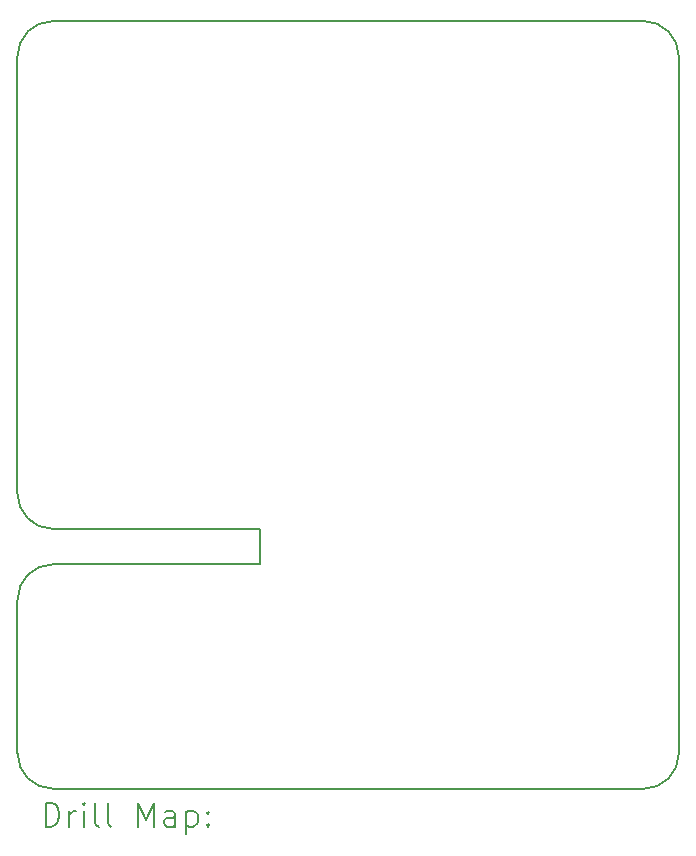
<source format=gbr>
%TF.GenerationSoftware,KiCad,Pcbnew,7.0.2-0*%
%TF.CreationDate,2024-05-07T14:53:10-07:00*%
%TF.ProjectId,RPi_interface,5250695f-696e-4746-9572-666163652e6b,1.1*%
%TF.SameCoordinates,Original*%
%TF.FileFunction,Drillmap*%
%TF.FilePolarity,Positive*%
%FSLAX45Y45*%
G04 Gerber Fmt 4.5, Leading zero omitted, Abs format (unit mm)*
G04 Created by KiCad (PCBNEW 7.0.2-0) date 2024-05-07 14:53:10*
%MOMM*%
%LPD*%
G01*
G04 APERTURE LIST*
%ADD10C,0.150000*%
%ADD11C,0.200000*%
G04 APERTURE END LIST*
D10*
X14300000Y-4800000D02*
X9300000Y-4800000D01*
X11050000Y-9400000D02*
X9300000Y-9400000D01*
X14300000Y-11300000D02*
X9300000Y-11300000D01*
X9300000Y-4800000D02*
G75*
G03*
X9000000Y-5100000I0J-300000D01*
G01*
X9300000Y-9400000D02*
G75*
G03*
X9000000Y-9700000I0J-300000D01*
G01*
X9000000Y-11000000D02*
G75*
G03*
X9300000Y-11300000I300000J0D01*
G01*
X14300000Y-11300000D02*
G75*
G03*
X14600000Y-11000000I0J300000D01*
G01*
X11050000Y-9100000D02*
X11050000Y-9400000D01*
X9000000Y-5100000D02*
X9000000Y-8800000D01*
X14600000Y-5100000D02*
G75*
G03*
X14300000Y-4800000I-300000J0D01*
G01*
X9000000Y-11000000D02*
X9000000Y-9700000D01*
X9000000Y-8800000D02*
G75*
G03*
X9300000Y-9100000I300000J0D01*
G01*
X14600000Y-11000000D02*
X14600000Y-5100000D01*
X9300000Y-9100000D02*
X11050000Y-9100000D01*
D11*
X9240119Y-11620024D02*
X9240119Y-11420024D01*
X9240119Y-11420024D02*
X9287738Y-11420024D01*
X9287738Y-11420024D02*
X9316310Y-11429548D01*
X9316310Y-11429548D02*
X9335357Y-11448595D01*
X9335357Y-11448595D02*
X9344881Y-11467643D01*
X9344881Y-11467643D02*
X9354405Y-11505738D01*
X9354405Y-11505738D02*
X9354405Y-11534309D01*
X9354405Y-11534309D02*
X9344881Y-11572405D01*
X9344881Y-11572405D02*
X9335357Y-11591452D01*
X9335357Y-11591452D02*
X9316310Y-11610500D01*
X9316310Y-11610500D02*
X9287738Y-11620024D01*
X9287738Y-11620024D02*
X9240119Y-11620024D01*
X9440119Y-11620024D02*
X9440119Y-11486690D01*
X9440119Y-11524786D02*
X9449643Y-11505738D01*
X9449643Y-11505738D02*
X9459167Y-11496214D01*
X9459167Y-11496214D02*
X9478214Y-11486690D01*
X9478214Y-11486690D02*
X9497262Y-11486690D01*
X9563929Y-11620024D02*
X9563929Y-11486690D01*
X9563929Y-11420024D02*
X9554405Y-11429548D01*
X9554405Y-11429548D02*
X9563929Y-11439071D01*
X9563929Y-11439071D02*
X9573452Y-11429548D01*
X9573452Y-11429548D02*
X9563929Y-11420024D01*
X9563929Y-11420024D02*
X9563929Y-11439071D01*
X9687738Y-11620024D02*
X9668690Y-11610500D01*
X9668690Y-11610500D02*
X9659167Y-11591452D01*
X9659167Y-11591452D02*
X9659167Y-11420024D01*
X9792500Y-11620024D02*
X9773452Y-11610500D01*
X9773452Y-11610500D02*
X9763929Y-11591452D01*
X9763929Y-11591452D02*
X9763929Y-11420024D01*
X10021071Y-11620024D02*
X10021071Y-11420024D01*
X10021071Y-11420024D02*
X10087738Y-11562881D01*
X10087738Y-11562881D02*
X10154405Y-11420024D01*
X10154405Y-11420024D02*
X10154405Y-11620024D01*
X10335357Y-11620024D02*
X10335357Y-11515262D01*
X10335357Y-11515262D02*
X10325833Y-11496214D01*
X10325833Y-11496214D02*
X10306786Y-11486690D01*
X10306786Y-11486690D02*
X10268690Y-11486690D01*
X10268690Y-11486690D02*
X10249643Y-11496214D01*
X10335357Y-11610500D02*
X10316310Y-11620024D01*
X10316310Y-11620024D02*
X10268690Y-11620024D01*
X10268690Y-11620024D02*
X10249643Y-11610500D01*
X10249643Y-11610500D02*
X10240119Y-11591452D01*
X10240119Y-11591452D02*
X10240119Y-11572405D01*
X10240119Y-11572405D02*
X10249643Y-11553357D01*
X10249643Y-11553357D02*
X10268690Y-11543833D01*
X10268690Y-11543833D02*
X10316310Y-11543833D01*
X10316310Y-11543833D02*
X10335357Y-11534309D01*
X10430595Y-11486690D02*
X10430595Y-11686690D01*
X10430595Y-11496214D02*
X10449643Y-11486690D01*
X10449643Y-11486690D02*
X10487738Y-11486690D01*
X10487738Y-11486690D02*
X10506786Y-11496214D01*
X10506786Y-11496214D02*
X10516310Y-11505738D01*
X10516310Y-11505738D02*
X10525833Y-11524786D01*
X10525833Y-11524786D02*
X10525833Y-11581928D01*
X10525833Y-11581928D02*
X10516310Y-11600976D01*
X10516310Y-11600976D02*
X10506786Y-11610500D01*
X10506786Y-11610500D02*
X10487738Y-11620024D01*
X10487738Y-11620024D02*
X10449643Y-11620024D01*
X10449643Y-11620024D02*
X10430595Y-11610500D01*
X10611548Y-11600976D02*
X10621071Y-11610500D01*
X10621071Y-11610500D02*
X10611548Y-11620024D01*
X10611548Y-11620024D02*
X10602024Y-11610500D01*
X10602024Y-11610500D02*
X10611548Y-11600976D01*
X10611548Y-11600976D02*
X10611548Y-11620024D01*
X10611548Y-11496214D02*
X10621071Y-11505738D01*
X10621071Y-11505738D02*
X10611548Y-11515262D01*
X10611548Y-11515262D02*
X10602024Y-11505738D01*
X10602024Y-11505738D02*
X10611548Y-11496214D01*
X10611548Y-11496214D02*
X10611548Y-11515262D01*
M02*

</source>
